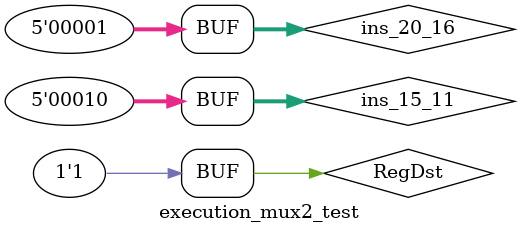
<source format=v>
`timescale 1ns / 1ps


module execution_mux2_test;

	// Inputs
	reg [4:0] ins_20_16;
	reg [4:0] ins_15_11;
	reg RegDst;

	// Outputs
	wire [4:0] result;

	// Instantiate the Unit Under Test (UUT)
	execution_mux2 uut (
		.ins_20_16(ins_20_16), 
		.ins_15_11(ins_15_11), 
		.RegDst(RegDst), 
		.result(result)
	);

	initial begin
		// Initialize Inputs
		ins_20_16 = 0;
		ins_15_11 = 0;
		RegDst = 0;

		// Wait 100 ns for global reset to finish
		#100;
		ins_20_16 = 1;
		
		#100;
		ins_15_11 = 2;
		
		#100;
		RegDst = 1;
        
		// Add stimulus here

	end
      
endmodule


</source>
